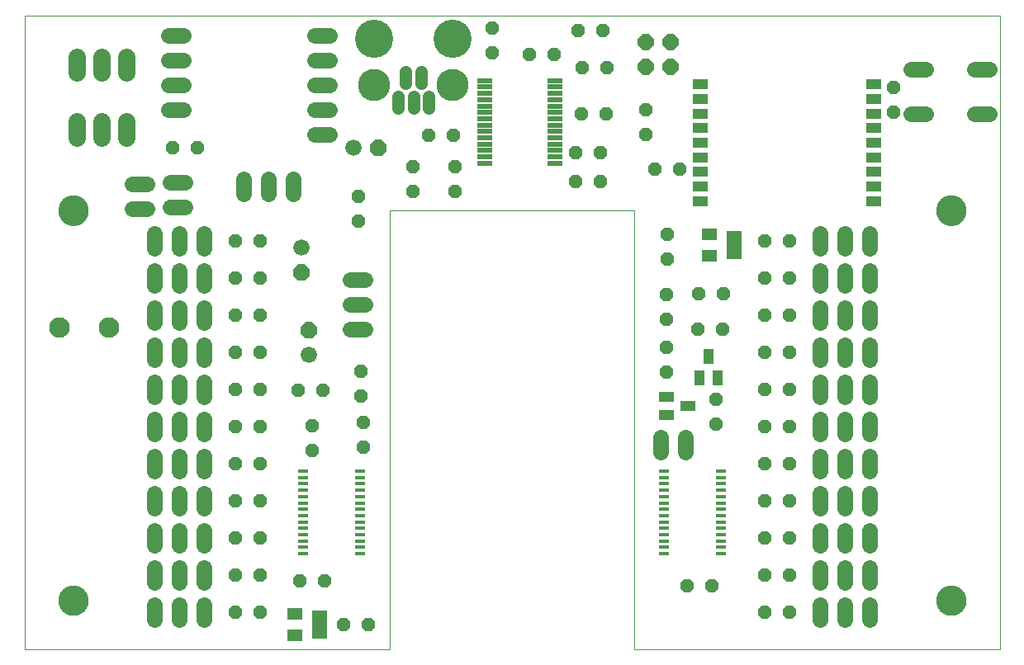
<source format=gts>
G75*
%MOIN*%
%OFA0B0*%
%FSLAX25Y25*%
%IPPOS*%
%LPD*%
%AMOC8*
5,1,8,0,0,1.08239X$1,22.5*
%
%ADD10C,0.00000*%
%ADD11OC8,0.05600*%
%ADD12OC8,0.06600*%
%ADD13C,0.06600*%
%ADD14C,0.15400*%
%ADD15C,0.12998*%
%ADD16C,0.05156*%
%ADD17R,0.06246X0.03943*%
%ADD18R,0.06306X0.01975*%
%ADD19C,0.06400*%
%ADD20C,0.06896*%
%ADD21R,0.05912X0.04337*%
%ADD22R,0.04337X0.05912*%
%ADD23R,0.04300X0.01600*%
%ADD24C,0.08274*%
%ADD25C,0.12211*%
%ADD26R,0.05912X0.11424*%
%ADD27R,0.05912X0.05124*%
%ADD28OC8,0.06400*%
D10*
X0004000Y0002257D02*
X0151638Y0002257D01*
X0151638Y0179423D01*
X0250063Y0179423D01*
X0250063Y0002257D01*
X0397701Y0002257D01*
X0397701Y0258163D01*
X0004000Y0258163D01*
X0004000Y0002257D01*
X0017779Y0021943D02*
X0017781Y0022096D01*
X0017787Y0022250D01*
X0017797Y0022403D01*
X0017811Y0022555D01*
X0017829Y0022708D01*
X0017851Y0022859D01*
X0017876Y0023010D01*
X0017906Y0023161D01*
X0017940Y0023311D01*
X0017977Y0023459D01*
X0018018Y0023607D01*
X0018063Y0023753D01*
X0018112Y0023899D01*
X0018165Y0024043D01*
X0018221Y0024185D01*
X0018281Y0024326D01*
X0018345Y0024466D01*
X0018412Y0024604D01*
X0018483Y0024740D01*
X0018558Y0024874D01*
X0018635Y0025006D01*
X0018717Y0025136D01*
X0018801Y0025264D01*
X0018889Y0025390D01*
X0018980Y0025513D01*
X0019074Y0025634D01*
X0019172Y0025752D01*
X0019272Y0025868D01*
X0019376Y0025981D01*
X0019482Y0026092D01*
X0019591Y0026200D01*
X0019703Y0026305D01*
X0019817Y0026406D01*
X0019935Y0026505D01*
X0020054Y0026601D01*
X0020176Y0026694D01*
X0020301Y0026783D01*
X0020428Y0026870D01*
X0020557Y0026952D01*
X0020688Y0027032D01*
X0020821Y0027108D01*
X0020956Y0027181D01*
X0021093Y0027250D01*
X0021232Y0027315D01*
X0021372Y0027377D01*
X0021514Y0027435D01*
X0021657Y0027490D01*
X0021802Y0027541D01*
X0021948Y0027588D01*
X0022095Y0027631D01*
X0022243Y0027670D01*
X0022392Y0027706D01*
X0022542Y0027737D01*
X0022693Y0027765D01*
X0022844Y0027789D01*
X0022997Y0027809D01*
X0023149Y0027825D01*
X0023302Y0027837D01*
X0023455Y0027845D01*
X0023608Y0027849D01*
X0023762Y0027849D01*
X0023915Y0027845D01*
X0024068Y0027837D01*
X0024221Y0027825D01*
X0024373Y0027809D01*
X0024526Y0027789D01*
X0024677Y0027765D01*
X0024828Y0027737D01*
X0024978Y0027706D01*
X0025127Y0027670D01*
X0025275Y0027631D01*
X0025422Y0027588D01*
X0025568Y0027541D01*
X0025713Y0027490D01*
X0025856Y0027435D01*
X0025998Y0027377D01*
X0026138Y0027315D01*
X0026277Y0027250D01*
X0026414Y0027181D01*
X0026549Y0027108D01*
X0026682Y0027032D01*
X0026813Y0026952D01*
X0026942Y0026870D01*
X0027069Y0026783D01*
X0027194Y0026694D01*
X0027316Y0026601D01*
X0027435Y0026505D01*
X0027553Y0026406D01*
X0027667Y0026305D01*
X0027779Y0026200D01*
X0027888Y0026092D01*
X0027994Y0025981D01*
X0028098Y0025868D01*
X0028198Y0025752D01*
X0028296Y0025634D01*
X0028390Y0025513D01*
X0028481Y0025390D01*
X0028569Y0025264D01*
X0028653Y0025136D01*
X0028735Y0025006D01*
X0028812Y0024874D01*
X0028887Y0024740D01*
X0028958Y0024604D01*
X0029025Y0024466D01*
X0029089Y0024326D01*
X0029149Y0024185D01*
X0029205Y0024043D01*
X0029258Y0023899D01*
X0029307Y0023753D01*
X0029352Y0023607D01*
X0029393Y0023459D01*
X0029430Y0023311D01*
X0029464Y0023161D01*
X0029494Y0023010D01*
X0029519Y0022859D01*
X0029541Y0022708D01*
X0029559Y0022555D01*
X0029573Y0022403D01*
X0029583Y0022250D01*
X0029589Y0022096D01*
X0029591Y0021943D01*
X0029589Y0021790D01*
X0029583Y0021636D01*
X0029573Y0021483D01*
X0029559Y0021331D01*
X0029541Y0021178D01*
X0029519Y0021027D01*
X0029494Y0020876D01*
X0029464Y0020725D01*
X0029430Y0020575D01*
X0029393Y0020427D01*
X0029352Y0020279D01*
X0029307Y0020133D01*
X0029258Y0019987D01*
X0029205Y0019843D01*
X0029149Y0019701D01*
X0029089Y0019560D01*
X0029025Y0019420D01*
X0028958Y0019282D01*
X0028887Y0019146D01*
X0028812Y0019012D01*
X0028735Y0018880D01*
X0028653Y0018750D01*
X0028569Y0018622D01*
X0028481Y0018496D01*
X0028390Y0018373D01*
X0028296Y0018252D01*
X0028198Y0018134D01*
X0028098Y0018018D01*
X0027994Y0017905D01*
X0027888Y0017794D01*
X0027779Y0017686D01*
X0027667Y0017581D01*
X0027553Y0017480D01*
X0027435Y0017381D01*
X0027316Y0017285D01*
X0027194Y0017192D01*
X0027069Y0017103D01*
X0026942Y0017016D01*
X0026813Y0016934D01*
X0026682Y0016854D01*
X0026549Y0016778D01*
X0026414Y0016705D01*
X0026277Y0016636D01*
X0026138Y0016571D01*
X0025998Y0016509D01*
X0025856Y0016451D01*
X0025713Y0016396D01*
X0025568Y0016345D01*
X0025422Y0016298D01*
X0025275Y0016255D01*
X0025127Y0016216D01*
X0024978Y0016180D01*
X0024828Y0016149D01*
X0024677Y0016121D01*
X0024526Y0016097D01*
X0024373Y0016077D01*
X0024221Y0016061D01*
X0024068Y0016049D01*
X0023915Y0016041D01*
X0023762Y0016037D01*
X0023608Y0016037D01*
X0023455Y0016041D01*
X0023302Y0016049D01*
X0023149Y0016061D01*
X0022997Y0016077D01*
X0022844Y0016097D01*
X0022693Y0016121D01*
X0022542Y0016149D01*
X0022392Y0016180D01*
X0022243Y0016216D01*
X0022095Y0016255D01*
X0021948Y0016298D01*
X0021802Y0016345D01*
X0021657Y0016396D01*
X0021514Y0016451D01*
X0021372Y0016509D01*
X0021232Y0016571D01*
X0021093Y0016636D01*
X0020956Y0016705D01*
X0020821Y0016778D01*
X0020688Y0016854D01*
X0020557Y0016934D01*
X0020428Y0017016D01*
X0020301Y0017103D01*
X0020176Y0017192D01*
X0020054Y0017285D01*
X0019935Y0017381D01*
X0019817Y0017480D01*
X0019703Y0017581D01*
X0019591Y0017686D01*
X0019482Y0017794D01*
X0019376Y0017905D01*
X0019272Y0018018D01*
X0019172Y0018134D01*
X0019074Y0018252D01*
X0018980Y0018373D01*
X0018889Y0018496D01*
X0018801Y0018622D01*
X0018717Y0018750D01*
X0018635Y0018880D01*
X0018558Y0019012D01*
X0018483Y0019146D01*
X0018412Y0019282D01*
X0018345Y0019420D01*
X0018281Y0019560D01*
X0018221Y0019701D01*
X0018165Y0019843D01*
X0018112Y0019987D01*
X0018063Y0020133D01*
X0018018Y0020279D01*
X0017977Y0020427D01*
X0017940Y0020575D01*
X0017906Y0020725D01*
X0017876Y0020876D01*
X0017851Y0021027D01*
X0017829Y0021178D01*
X0017811Y0021331D01*
X0017797Y0021483D01*
X0017787Y0021636D01*
X0017781Y0021790D01*
X0017779Y0021943D01*
X0017779Y0179423D02*
X0017781Y0179576D01*
X0017787Y0179730D01*
X0017797Y0179883D01*
X0017811Y0180035D01*
X0017829Y0180188D01*
X0017851Y0180339D01*
X0017876Y0180490D01*
X0017906Y0180641D01*
X0017940Y0180791D01*
X0017977Y0180939D01*
X0018018Y0181087D01*
X0018063Y0181233D01*
X0018112Y0181379D01*
X0018165Y0181523D01*
X0018221Y0181665D01*
X0018281Y0181806D01*
X0018345Y0181946D01*
X0018412Y0182084D01*
X0018483Y0182220D01*
X0018558Y0182354D01*
X0018635Y0182486D01*
X0018717Y0182616D01*
X0018801Y0182744D01*
X0018889Y0182870D01*
X0018980Y0182993D01*
X0019074Y0183114D01*
X0019172Y0183232D01*
X0019272Y0183348D01*
X0019376Y0183461D01*
X0019482Y0183572D01*
X0019591Y0183680D01*
X0019703Y0183785D01*
X0019817Y0183886D01*
X0019935Y0183985D01*
X0020054Y0184081D01*
X0020176Y0184174D01*
X0020301Y0184263D01*
X0020428Y0184350D01*
X0020557Y0184432D01*
X0020688Y0184512D01*
X0020821Y0184588D01*
X0020956Y0184661D01*
X0021093Y0184730D01*
X0021232Y0184795D01*
X0021372Y0184857D01*
X0021514Y0184915D01*
X0021657Y0184970D01*
X0021802Y0185021D01*
X0021948Y0185068D01*
X0022095Y0185111D01*
X0022243Y0185150D01*
X0022392Y0185186D01*
X0022542Y0185217D01*
X0022693Y0185245D01*
X0022844Y0185269D01*
X0022997Y0185289D01*
X0023149Y0185305D01*
X0023302Y0185317D01*
X0023455Y0185325D01*
X0023608Y0185329D01*
X0023762Y0185329D01*
X0023915Y0185325D01*
X0024068Y0185317D01*
X0024221Y0185305D01*
X0024373Y0185289D01*
X0024526Y0185269D01*
X0024677Y0185245D01*
X0024828Y0185217D01*
X0024978Y0185186D01*
X0025127Y0185150D01*
X0025275Y0185111D01*
X0025422Y0185068D01*
X0025568Y0185021D01*
X0025713Y0184970D01*
X0025856Y0184915D01*
X0025998Y0184857D01*
X0026138Y0184795D01*
X0026277Y0184730D01*
X0026414Y0184661D01*
X0026549Y0184588D01*
X0026682Y0184512D01*
X0026813Y0184432D01*
X0026942Y0184350D01*
X0027069Y0184263D01*
X0027194Y0184174D01*
X0027316Y0184081D01*
X0027435Y0183985D01*
X0027553Y0183886D01*
X0027667Y0183785D01*
X0027779Y0183680D01*
X0027888Y0183572D01*
X0027994Y0183461D01*
X0028098Y0183348D01*
X0028198Y0183232D01*
X0028296Y0183114D01*
X0028390Y0182993D01*
X0028481Y0182870D01*
X0028569Y0182744D01*
X0028653Y0182616D01*
X0028735Y0182486D01*
X0028812Y0182354D01*
X0028887Y0182220D01*
X0028958Y0182084D01*
X0029025Y0181946D01*
X0029089Y0181806D01*
X0029149Y0181665D01*
X0029205Y0181523D01*
X0029258Y0181379D01*
X0029307Y0181233D01*
X0029352Y0181087D01*
X0029393Y0180939D01*
X0029430Y0180791D01*
X0029464Y0180641D01*
X0029494Y0180490D01*
X0029519Y0180339D01*
X0029541Y0180188D01*
X0029559Y0180035D01*
X0029573Y0179883D01*
X0029583Y0179730D01*
X0029589Y0179576D01*
X0029591Y0179423D01*
X0029589Y0179270D01*
X0029583Y0179116D01*
X0029573Y0178963D01*
X0029559Y0178811D01*
X0029541Y0178658D01*
X0029519Y0178507D01*
X0029494Y0178356D01*
X0029464Y0178205D01*
X0029430Y0178055D01*
X0029393Y0177907D01*
X0029352Y0177759D01*
X0029307Y0177613D01*
X0029258Y0177467D01*
X0029205Y0177323D01*
X0029149Y0177181D01*
X0029089Y0177040D01*
X0029025Y0176900D01*
X0028958Y0176762D01*
X0028887Y0176626D01*
X0028812Y0176492D01*
X0028735Y0176360D01*
X0028653Y0176230D01*
X0028569Y0176102D01*
X0028481Y0175976D01*
X0028390Y0175853D01*
X0028296Y0175732D01*
X0028198Y0175614D01*
X0028098Y0175498D01*
X0027994Y0175385D01*
X0027888Y0175274D01*
X0027779Y0175166D01*
X0027667Y0175061D01*
X0027553Y0174960D01*
X0027435Y0174861D01*
X0027316Y0174765D01*
X0027194Y0174672D01*
X0027069Y0174583D01*
X0026942Y0174496D01*
X0026813Y0174414D01*
X0026682Y0174334D01*
X0026549Y0174258D01*
X0026414Y0174185D01*
X0026277Y0174116D01*
X0026138Y0174051D01*
X0025998Y0173989D01*
X0025856Y0173931D01*
X0025713Y0173876D01*
X0025568Y0173825D01*
X0025422Y0173778D01*
X0025275Y0173735D01*
X0025127Y0173696D01*
X0024978Y0173660D01*
X0024828Y0173629D01*
X0024677Y0173601D01*
X0024526Y0173577D01*
X0024373Y0173557D01*
X0024221Y0173541D01*
X0024068Y0173529D01*
X0023915Y0173521D01*
X0023762Y0173517D01*
X0023608Y0173517D01*
X0023455Y0173521D01*
X0023302Y0173529D01*
X0023149Y0173541D01*
X0022997Y0173557D01*
X0022844Y0173577D01*
X0022693Y0173601D01*
X0022542Y0173629D01*
X0022392Y0173660D01*
X0022243Y0173696D01*
X0022095Y0173735D01*
X0021948Y0173778D01*
X0021802Y0173825D01*
X0021657Y0173876D01*
X0021514Y0173931D01*
X0021372Y0173989D01*
X0021232Y0174051D01*
X0021093Y0174116D01*
X0020956Y0174185D01*
X0020821Y0174258D01*
X0020688Y0174334D01*
X0020557Y0174414D01*
X0020428Y0174496D01*
X0020301Y0174583D01*
X0020176Y0174672D01*
X0020054Y0174765D01*
X0019935Y0174861D01*
X0019817Y0174960D01*
X0019703Y0175061D01*
X0019591Y0175166D01*
X0019482Y0175274D01*
X0019376Y0175385D01*
X0019272Y0175498D01*
X0019172Y0175614D01*
X0019074Y0175732D01*
X0018980Y0175853D01*
X0018889Y0175976D01*
X0018801Y0176102D01*
X0018717Y0176230D01*
X0018635Y0176360D01*
X0018558Y0176492D01*
X0018483Y0176626D01*
X0018412Y0176762D01*
X0018345Y0176900D01*
X0018281Y0177040D01*
X0018221Y0177181D01*
X0018165Y0177323D01*
X0018112Y0177467D01*
X0018063Y0177613D01*
X0018018Y0177759D01*
X0017977Y0177907D01*
X0017940Y0178055D01*
X0017906Y0178205D01*
X0017876Y0178356D01*
X0017851Y0178507D01*
X0017829Y0178658D01*
X0017811Y0178811D01*
X0017797Y0178963D01*
X0017787Y0179116D01*
X0017781Y0179270D01*
X0017779Y0179423D01*
X0372110Y0179423D02*
X0372112Y0179576D01*
X0372118Y0179730D01*
X0372128Y0179883D01*
X0372142Y0180035D01*
X0372160Y0180188D01*
X0372182Y0180339D01*
X0372207Y0180490D01*
X0372237Y0180641D01*
X0372271Y0180791D01*
X0372308Y0180939D01*
X0372349Y0181087D01*
X0372394Y0181233D01*
X0372443Y0181379D01*
X0372496Y0181523D01*
X0372552Y0181665D01*
X0372612Y0181806D01*
X0372676Y0181946D01*
X0372743Y0182084D01*
X0372814Y0182220D01*
X0372889Y0182354D01*
X0372966Y0182486D01*
X0373048Y0182616D01*
X0373132Y0182744D01*
X0373220Y0182870D01*
X0373311Y0182993D01*
X0373405Y0183114D01*
X0373503Y0183232D01*
X0373603Y0183348D01*
X0373707Y0183461D01*
X0373813Y0183572D01*
X0373922Y0183680D01*
X0374034Y0183785D01*
X0374148Y0183886D01*
X0374266Y0183985D01*
X0374385Y0184081D01*
X0374507Y0184174D01*
X0374632Y0184263D01*
X0374759Y0184350D01*
X0374888Y0184432D01*
X0375019Y0184512D01*
X0375152Y0184588D01*
X0375287Y0184661D01*
X0375424Y0184730D01*
X0375563Y0184795D01*
X0375703Y0184857D01*
X0375845Y0184915D01*
X0375988Y0184970D01*
X0376133Y0185021D01*
X0376279Y0185068D01*
X0376426Y0185111D01*
X0376574Y0185150D01*
X0376723Y0185186D01*
X0376873Y0185217D01*
X0377024Y0185245D01*
X0377175Y0185269D01*
X0377328Y0185289D01*
X0377480Y0185305D01*
X0377633Y0185317D01*
X0377786Y0185325D01*
X0377939Y0185329D01*
X0378093Y0185329D01*
X0378246Y0185325D01*
X0378399Y0185317D01*
X0378552Y0185305D01*
X0378704Y0185289D01*
X0378857Y0185269D01*
X0379008Y0185245D01*
X0379159Y0185217D01*
X0379309Y0185186D01*
X0379458Y0185150D01*
X0379606Y0185111D01*
X0379753Y0185068D01*
X0379899Y0185021D01*
X0380044Y0184970D01*
X0380187Y0184915D01*
X0380329Y0184857D01*
X0380469Y0184795D01*
X0380608Y0184730D01*
X0380745Y0184661D01*
X0380880Y0184588D01*
X0381013Y0184512D01*
X0381144Y0184432D01*
X0381273Y0184350D01*
X0381400Y0184263D01*
X0381525Y0184174D01*
X0381647Y0184081D01*
X0381766Y0183985D01*
X0381884Y0183886D01*
X0381998Y0183785D01*
X0382110Y0183680D01*
X0382219Y0183572D01*
X0382325Y0183461D01*
X0382429Y0183348D01*
X0382529Y0183232D01*
X0382627Y0183114D01*
X0382721Y0182993D01*
X0382812Y0182870D01*
X0382900Y0182744D01*
X0382984Y0182616D01*
X0383066Y0182486D01*
X0383143Y0182354D01*
X0383218Y0182220D01*
X0383289Y0182084D01*
X0383356Y0181946D01*
X0383420Y0181806D01*
X0383480Y0181665D01*
X0383536Y0181523D01*
X0383589Y0181379D01*
X0383638Y0181233D01*
X0383683Y0181087D01*
X0383724Y0180939D01*
X0383761Y0180791D01*
X0383795Y0180641D01*
X0383825Y0180490D01*
X0383850Y0180339D01*
X0383872Y0180188D01*
X0383890Y0180035D01*
X0383904Y0179883D01*
X0383914Y0179730D01*
X0383920Y0179576D01*
X0383922Y0179423D01*
X0383920Y0179270D01*
X0383914Y0179116D01*
X0383904Y0178963D01*
X0383890Y0178811D01*
X0383872Y0178658D01*
X0383850Y0178507D01*
X0383825Y0178356D01*
X0383795Y0178205D01*
X0383761Y0178055D01*
X0383724Y0177907D01*
X0383683Y0177759D01*
X0383638Y0177613D01*
X0383589Y0177467D01*
X0383536Y0177323D01*
X0383480Y0177181D01*
X0383420Y0177040D01*
X0383356Y0176900D01*
X0383289Y0176762D01*
X0383218Y0176626D01*
X0383143Y0176492D01*
X0383066Y0176360D01*
X0382984Y0176230D01*
X0382900Y0176102D01*
X0382812Y0175976D01*
X0382721Y0175853D01*
X0382627Y0175732D01*
X0382529Y0175614D01*
X0382429Y0175498D01*
X0382325Y0175385D01*
X0382219Y0175274D01*
X0382110Y0175166D01*
X0381998Y0175061D01*
X0381884Y0174960D01*
X0381766Y0174861D01*
X0381647Y0174765D01*
X0381525Y0174672D01*
X0381400Y0174583D01*
X0381273Y0174496D01*
X0381144Y0174414D01*
X0381013Y0174334D01*
X0380880Y0174258D01*
X0380745Y0174185D01*
X0380608Y0174116D01*
X0380469Y0174051D01*
X0380329Y0173989D01*
X0380187Y0173931D01*
X0380044Y0173876D01*
X0379899Y0173825D01*
X0379753Y0173778D01*
X0379606Y0173735D01*
X0379458Y0173696D01*
X0379309Y0173660D01*
X0379159Y0173629D01*
X0379008Y0173601D01*
X0378857Y0173577D01*
X0378704Y0173557D01*
X0378552Y0173541D01*
X0378399Y0173529D01*
X0378246Y0173521D01*
X0378093Y0173517D01*
X0377939Y0173517D01*
X0377786Y0173521D01*
X0377633Y0173529D01*
X0377480Y0173541D01*
X0377328Y0173557D01*
X0377175Y0173577D01*
X0377024Y0173601D01*
X0376873Y0173629D01*
X0376723Y0173660D01*
X0376574Y0173696D01*
X0376426Y0173735D01*
X0376279Y0173778D01*
X0376133Y0173825D01*
X0375988Y0173876D01*
X0375845Y0173931D01*
X0375703Y0173989D01*
X0375563Y0174051D01*
X0375424Y0174116D01*
X0375287Y0174185D01*
X0375152Y0174258D01*
X0375019Y0174334D01*
X0374888Y0174414D01*
X0374759Y0174496D01*
X0374632Y0174583D01*
X0374507Y0174672D01*
X0374385Y0174765D01*
X0374266Y0174861D01*
X0374148Y0174960D01*
X0374034Y0175061D01*
X0373922Y0175166D01*
X0373813Y0175274D01*
X0373707Y0175385D01*
X0373603Y0175498D01*
X0373503Y0175614D01*
X0373405Y0175732D01*
X0373311Y0175853D01*
X0373220Y0175976D01*
X0373132Y0176102D01*
X0373048Y0176230D01*
X0372966Y0176360D01*
X0372889Y0176492D01*
X0372814Y0176626D01*
X0372743Y0176762D01*
X0372676Y0176900D01*
X0372612Y0177040D01*
X0372552Y0177181D01*
X0372496Y0177323D01*
X0372443Y0177467D01*
X0372394Y0177613D01*
X0372349Y0177759D01*
X0372308Y0177907D01*
X0372271Y0178055D01*
X0372237Y0178205D01*
X0372207Y0178356D01*
X0372182Y0178507D01*
X0372160Y0178658D01*
X0372142Y0178811D01*
X0372128Y0178963D01*
X0372118Y0179116D01*
X0372112Y0179270D01*
X0372110Y0179423D01*
X0372110Y0021943D02*
X0372112Y0022096D01*
X0372118Y0022250D01*
X0372128Y0022403D01*
X0372142Y0022555D01*
X0372160Y0022708D01*
X0372182Y0022859D01*
X0372207Y0023010D01*
X0372237Y0023161D01*
X0372271Y0023311D01*
X0372308Y0023459D01*
X0372349Y0023607D01*
X0372394Y0023753D01*
X0372443Y0023899D01*
X0372496Y0024043D01*
X0372552Y0024185D01*
X0372612Y0024326D01*
X0372676Y0024466D01*
X0372743Y0024604D01*
X0372814Y0024740D01*
X0372889Y0024874D01*
X0372966Y0025006D01*
X0373048Y0025136D01*
X0373132Y0025264D01*
X0373220Y0025390D01*
X0373311Y0025513D01*
X0373405Y0025634D01*
X0373503Y0025752D01*
X0373603Y0025868D01*
X0373707Y0025981D01*
X0373813Y0026092D01*
X0373922Y0026200D01*
X0374034Y0026305D01*
X0374148Y0026406D01*
X0374266Y0026505D01*
X0374385Y0026601D01*
X0374507Y0026694D01*
X0374632Y0026783D01*
X0374759Y0026870D01*
X0374888Y0026952D01*
X0375019Y0027032D01*
X0375152Y0027108D01*
X0375287Y0027181D01*
X0375424Y0027250D01*
X0375563Y0027315D01*
X0375703Y0027377D01*
X0375845Y0027435D01*
X0375988Y0027490D01*
X0376133Y0027541D01*
X0376279Y0027588D01*
X0376426Y0027631D01*
X0376574Y0027670D01*
X0376723Y0027706D01*
X0376873Y0027737D01*
X0377024Y0027765D01*
X0377175Y0027789D01*
X0377328Y0027809D01*
X0377480Y0027825D01*
X0377633Y0027837D01*
X0377786Y0027845D01*
X0377939Y0027849D01*
X0378093Y0027849D01*
X0378246Y0027845D01*
X0378399Y0027837D01*
X0378552Y0027825D01*
X0378704Y0027809D01*
X0378857Y0027789D01*
X0379008Y0027765D01*
X0379159Y0027737D01*
X0379309Y0027706D01*
X0379458Y0027670D01*
X0379606Y0027631D01*
X0379753Y0027588D01*
X0379899Y0027541D01*
X0380044Y0027490D01*
X0380187Y0027435D01*
X0380329Y0027377D01*
X0380469Y0027315D01*
X0380608Y0027250D01*
X0380745Y0027181D01*
X0380880Y0027108D01*
X0381013Y0027032D01*
X0381144Y0026952D01*
X0381273Y0026870D01*
X0381400Y0026783D01*
X0381525Y0026694D01*
X0381647Y0026601D01*
X0381766Y0026505D01*
X0381884Y0026406D01*
X0381998Y0026305D01*
X0382110Y0026200D01*
X0382219Y0026092D01*
X0382325Y0025981D01*
X0382429Y0025868D01*
X0382529Y0025752D01*
X0382627Y0025634D01*
X0382721Y0025513D01*
X0382812Y0025390D01*
X0382900Y0025264D01*
X0382984Y0025136D01*
X0383066Y0025006D01*
X0383143Y0024874D01*
X0383218Y0024740D01*
X0383289Y0024604D01*
X0383356Y0024466D01*
X0383420Y0024326D01*
X0383480Y0024185D01*
X0383536Y0024043D01*
X0383589Y0023899D01*
X0383638Y0023753D01*
X0383683Y0023607D01*
X0383724Y0023459D01*
X0383761Y0023311D01*
X0383795Y0023161D01*
X0383825Y0023010D01*
X0383850Y0022859D01*
X0383872Y0022708D01*
X0383890Y0022555D01*
X0383904Y0022403D01*
X0383914Y0022250D01*
X0383920Y0022096D01*
X0383922Y0021943D01*
X0383920Y0021790D01*
X0383914Y0021636D01*
X0383904Y0021483D01*
X0383890Y0021331D01*
X0383872Y0021178D01*
X0383850Y0021027D01*
X0383825Y0020876D01*
X0383795Y0020725D01*
X0383761Y0020575D01*
X0383724Y0020427D01*
X0383683Y0020279D01*
X0383638Y0020133D01*
X0383589Y0019987D01*
X0383536Y0019843D01*
X0383480Y0019701D01*
X0383420Y0019560D01*
X0383356Y0019420D01*
X0383289Y0019282D01*
X0383218Y0019146D01*
X0383143Y0019012D01*
X0383066Y0018880D01*
X0382984Y0018750D01*
X0382900Y0018622D01*
X0382812Y0018496D01*
X0382721Y0018373D01*
X0382627Y0018252D01*
X0382529Y0018134D01*
X0382429Y0018018D01*
X0382325Y0017905D01*
X0382219Y0017794D01*
X0382110Y0017686D01*
X0381998Y0017581D01*
X0381884Y0017480D01*
X0381766Y0017381D01*
X0381647Y0017285D01*
X0381525Y0017192D01*
X0381400Y0017103D01*
X0381273Y0017016D01*
X0381144Y0016934D01*
X0381013Y0016854D01*
X0380880Y0016778D01*
X0380745Y0016705D01*
X0380608Y0016636D01*
X0380469Y0016571D01*
X0380329Y0016509D01*
X0380187Y0016451D01*
X0380044Y0016396D01*
X0379899Y0016345D01*
X0379753Y0016298D01*
X0379606Y0016255D01*
X0379458Y0016216D01*
X0379309Y0016180D01*
X0379159Y0016149D01*
X0379008Y0016121D01*
X0378857Y0016097D01*
X0378704Y0016077D01*
X0378552Y0016061D01*
X0378399Y0016049D01*
X0378246Y0016041D01*
X0378093Y0016037D01*
X0377939Y0016037D01*
X0377786Y0016041D01*
X0377633Y0016049D01*
X0377480Y0016061D01*
X0377328Y0016077D01*
X0377175Y0016097D01*
X0377024Y0016121D01*
X0376873Y0016149D01*
X0376723Y0016180D01*
X0376574Y0016216D01*
X0376426Y0016255D01*
X0376279Y0016298D01*
X0376133Y0016345D01*
X0375988Y0016396D01*
X0375845Y0016451D01*
X0375703Y0016509D01*
X0375563Y0016571D01*
X0375424Y0016636D01*
X0375287Y0016705D01*
X0375152Y0016778D01*
X0375019Y0016854D01*
X0374888Y0016934D01*
X0374759Y0017016D01*
X0374632Y0017103D01*
X0374507Y0017192D01*
X0374385Y0017285D01*
X0374266Y0017381D01*
X0374148Y0017480D01*
X0374034Y0017581D01*
X0373922Y0017686D01*
X0373813Y0017794D01*
X0373707Y0017905D01*
X0373603Y0018018D01*
X0373503Y0018134D01*
X0373405Y0018252D01*
X0373311Y0018373D01*
X0373220Y0018496D01*
X0373132Y0018622D01*
X0373048Y0018750D01*
X0372966Y0018880D01*
X0372889Y0019012D01*
X0372814Y0019146D01*
X0372743Y0019282D01*
X0372676Y0019420D01*
X0372612Y0019560D01*
X0372552Y0019701D01*
X0372496Y0019843D01*
X0372443Y0019987D01*
X0372394Y0020133D01*
X0372349Y0020279D01*
X0372308Y0020427D01*
X0372271Y0020575D01*
X0372237Y0020725D01*
X0372207Y0020876D01*
X0372182Y0021027D01*
X0372160Y0021178D01*
X0372142Y0021331D01*
X0372128Y0021483D01*
X0372118Y0021636D01*
X0372112Y0021790D01*
X0372110Y0021943D01*
D11*
X0312701Y0017257D03*
X0302701Y0017257D03*
X0302701Y0032257D03*
X0312701Y0032257D03*
X0312701Y0047257D03*
X0302701Y0047257D03*
X0302701Y0062257D03*
X0312701Y0062257D03*
X0312701Y0077257D03*
X0302701Y0077257D03*
X0302701Y0092257D03*
X0312701Y0092257D03*
X0312701Y0107257D03*
X0302701Y0107257D03*
X0283000Y0103320D03*
X0283000Y0093320D03*
X0263031Y0114352D03*
X0263031Y0124352D03*
X0263110Y0135580D03*
X0263110Y0145580D03*
X0276181Y0145998D03*
X0286181Y0145998D03*
X0302701Y0152257D03*
X0312701Y0152257D03*
X0312701Y0137257D03*
X0302701Y0137257D03*
X0285732Y0131446D03*
X0275732Y0131446D03*
X0302701Y0122257D03*
X0312701Y0122257D03*
X0263331Y0159832D03*
X0263331Y0169832D03*
X0236535Y0191273D03*
X0226535Y0191273D03*
X0226535Y0202927D03*
X0236535Y0202927D03*
X0254969Y0210289D03*
X0254969Y0220289D03*
X0238882Y0218478D03*
X0228882Y0218478D03*
X0229000Y0237257D03*
X0239000Y0237257D03*
X0237346Y0252257D03*
X0227346Y0252257D03*
X0217661Y0242415D03*
X0207661Y0242415D03*
X0192976Y0243320D03*
X0192976Y0253320D03*
X0177205Y0209691D03*
X0167205Y0209691D03*
X0160961Y0197116D03*
X0160961Y0187116D03*
X0177898Y0187116D03*
X0177898Y0197116D03*
X0138961Y0185313D03*
X0138961Y0175313D03*
X0099000Y0167257D03*
X0089000Y0167257D03*
X0089000Y0152257D03*
X0099000Y0152257D03*
X0099000Y0137257D03*
X0089000Y0137257D03*
X0089000Y0122257D03*
X0099000Y0122257D03*
X0099000Y0107257D03*
X0089000Y0107257D03*
X0089000Y0092257D03*
X0099000Y0092257D03*
X0114551Y0106761D03*
X0124551Y0106761D03*
X0139685Y0104604D03*
X0139685Y0114604D03*
X0140811Y0093872D03*
X0140811Y0083872D03*
X0120094Y0082478D03*
X0120094Y0092478D03*
X0099000Y0077257D03*
X0089000Y0077257D03*
X0089000Y0062257D03*
X0099000Y0062257D03*
X0099000Y0047257D03*
X0089000Y0047257D03*
X0089000Y0032257D03*
X0099000Y0032257D03*
X0115142Y0029817D03*
X0125142Y0029817D03*
X0132858Y0012100D03*
X0142858Y0012100D03*
X0099000Y0017257D03*
X0089000Y0017257D03*
X0271638Y0027848D03*
X0281638Y0027848D03*
X0302701Y0167257D03*
X0312701Y0167257D03*
X0268425Y0196061D03*
X0258425Y0196061D03*
X0354906Y0219163D03*
X0354906Y0229163D03*
X0073961Y0205013D03*
X0063961Y0205013D03*
D12*
X0115850Y0154502D03*
X0118803Y0131234D03*
X0146795Y0205013D03*
D13*
X0136795Y0205013D03*
X0115850Y0164502D03*
X0118803Y0121234D03*
D14*
X0145252Y0248809D03*
X0176748Y0248809D03*
D15*
X0176748Y0230305D03*
X0145252Y0230305D03*
D16*
X0154701Y0225580D02*
X0154701Y0220824D01*
X0161000Y0220824D02*
X0161000Y0225580D01*
X0167299Y0225580D02*
X0167299Y0220824D01*
X0164150Y0230698D02*
X0164150Y0235454D01*
X0157850Y0235454D02*
X0157850Y0230698D01*
D17*
X0276864Y0230486D03*
X0276864Y0224580D03*
X0276864Y0218675D03*
X0276864Y0212769D03*
X0276864Y0206864D03*
X0276864Y0200958D03*
X0276864Y0195053D03*
X0276864Y0189147D03*
X0276864Y0183242D03*
X0346884Y0183242D03*
X0346884Y0189147D03*
X0346884Y0195053D03*
X0346884Y0200958D03*
X0346884Y0206864D03*
X0346884Y0212769D03*
X0346884Y0218675D03*
X0346884Y0224580D03*
X0346884Y0230486D03*
D18*
X0218272Y0229364D03*
X0218272Y0231923D03*
X0218272Y0226805D03*
X0218272Y0224246D03*
X0218272Y0221687D03*
X0218272Y0219128D03*
X0218272Y0216569D03*
X0218272Y0214009D03*
X0218272Y0211450D03*
X0218272Y0208891D03*
X0218272Y0206332D03*
X0218272Y0203773D03*
X0218272Y0201214D03*
X0218272Y0198655D03*
X0189728Y0198655D03*
X0189728Y0201214D03*
X0189728Y0203773D03*
X0189728Y0206332D03*
X0189728Y0208891D03*
X0189728Y0211450D03*
X0189728Y0214009D03*
X0189728Y0216569D03*
X0189728Y0219128D03*
X0189728Y0221687D03*
X0189728Y0224246D03*
X0189728Y0226805D03*
X0189728Y0229364D03*
X0189728Y0231923D03*
D19*
X0127063Y0230163D02*
X0121063Y0230163D01*
X0121063Y0240163D02*
X0127063Y0240163D01*
X0127063Y0250163D02*
X0121063Y0250163D01*
X0121063Y0220163D02*
X0127063Y0220163D01*
X0127063Y0210163D02*
X0121063Y0210163D01*
X0112425Y0192108D02*
X0112425Y0186108D01*
X0102425Y0186108D02*
X0102425Y0192108D01*
X0092425Y0192108D02*
X0092425Y0186108D01*
X0076500Y0170257D02*
X0076500Y0164257D01*
X0066500Y0164257D02*
X0066500Y0170257D01*
X0056500Y0170257D02*
X0056500Y0164257D01*
X0056500Y0155257D02*
X0056500Y0149257D01*
X0066500Y0149257D02*
X0066500Y0155257D01*
X0076500Y0155257D02*
X0076500Y0149257D01*
X0076500Y0140257D02*
X0076500Y0134257D01*
X0076500Y0125257D02*
X0076500Y0119257D01*
X0066500Y0119257D02*
X0066500Y0125257D01*
X0056500Y0125257D02*
X0056500Y0119257D01*
X0056500Y0110257D02*
X0056500Y0104257D01*
X0066500Y0104257D02*
X0066500Y0110257D01*
X0076500Y0110257D02*
X0076500Y0104257D01*
X0076500Y0095257D02*
X0076500Y0089257D01*
X0066500Y0089257D02*
X0066500Y0095257D01*
X0056500Y0095257D02*
X0056500Y0089257D01*
X0056500Y0080257D02*
X0056500Y0074257D01*
X0066500Y0074257D02*
X0066500Y0080257D01*
X0076500Y0080257D02*
X0076500Y0074257D01*
X0076500Y0065257D02*
X0076500Y0059257D01*
X0066500Y0059257D02*
X0066500Y0065257D01*
X0056500Y0065257D02*
X0056500Y0059257D01*
X0056500Y0050257D02*
X0056500Y0044257D01*
X0066500Y0044257D02*
X0066500Y0050257D01*
X0076500Y0050257D02*
X0076500Y0044257D01*
X0076500Y0035257D02*
X0076500Y0029257D01*
X0076500Y0020257D02*
X0076500Y0014257D01*
X0066500Y0014257D02*
X0066500Y0020257D01*
X0056500Y0020257D02*
X0056500Y0014257D01*
X0056500Y0029257D02*
X0056500Y0035257D01*
X0066500Y0035257D02*
X0066500Y0029257D01*
X0135654Y0131659D02*
X0141654Y0131659D01*
X0141654Y0141659D02*
X0135654Y0141659D01*
X0135654Y0151659D02*
X0141654Y0151659D01*
X0068929Y0180722D02*
X0062929Y0180722D01*
X0053346Y0180131D02*
X0047346Y0180131D01*
X0047346Y0190131D02*
X0053346Y0190131D01*
X0062929Y0190722D02*
X0068929Y0190722D01*
X0068063Y0220163D02*
X0062063Y0220163D01*
X0062063Y0230163D02*
X0068063Y0230163D01*
X0068063Y0240163D02*
X0062063Y0240163D01*
X0062063Y0250163D02*
X0068063Y0250163D01*
X0066500Y0140257D02*
X0066500Y0134257D01*
X0056500Y0134257D02*
X0056500Y0140257D01*
X0260811Y0087935D02*
X0260811Y0081935D01*
X0270811Y0081935D02*
X0270811Y0087935D01*
X0325201Y0089257D02*
X0325201Y0095257D01*
X0335201Y0095257D02*
X0335201Y0089257D01*
X0345201Y0089257D02*
X0345201Y0095257D01*
X0345201Y0104257D02*
X0345201Y0110257D01*
X0335201Y0110257D02*
X0335201Y0104257D01*
X0325201Y0104257D02*
X0325201Y0110257D01*
X0325201Y0119257D02*
X0325201Y0125257D01*
X0335201Y0125257D02*
X0335201Y0119257D01*
X0345201Y0119257D02*
X0345201Y0125257D01*
X0345201Y0134257D02*
X0345201Y0140257D01*
X0345201Y0149257D02*
X0345201Y0155257D01*
X0335201Y0155257D02*
X0335201Y0149257D01*
X0325201Y0149257D02*
X0325201Y0155257D01*
X0325201Y0164257D02*
X0325201Y0170257D01*
X0335201Y0170257D02*
X0335201Y0164257D01*
X0345201Y0164257D02*
X0345201Y0170257D01*
X0335201Y0140257D02*
X0335201Y0134257D01*
X0325201Y0134257D02*
X0325201Y0140257D01*
X0325201Y0080257D02*
X0325201Y0074257D01*
X0335201Y0074257D02*
X0335201Y0080257D01*
X0345201Y0080257D02*
X0345201Y0074257D01*
X0345201Y0065257D02*
X0345201Y0059257D01*
X0335201Y0059257D02*
X0335201Y0065257D01*
X0325201Y0065257D02*
X0325201Y0059257D01*
X0325201Y0050257D02*
X0325201Y0044257D01*
X0335201Y0044257D02*
X0335201Y0050257D01*
X0345201Y0050257D02*
X0345201Y0044257D01*
X0345201Y0035257D02*
X0345201Y0029257D01*
X0345201Y0020257D02*
X0345201Y0014257D01*
X0335201Y0014257D02*
X0335201Y0020257D01*
X0325201Y0020257D02*
X0325201Y0014257D01*
X0325201Y0029257D02*
X0325201Y0035257D01*
X0335201Y0035257D02*
X0335201Y0029257D01*
X0361822Y0218578D02*
X0367822Y0218578D01*
X0387422Y0218578D02*
X0393422Y0218578D01*
X0393422Y0236378D02*
X0387422Y0236378D01*
X0367822Y0236378D02*
X0361822Y0236378D01*
D20*
X0045063Y0235072D02*
X0045063Y0241569D01*
X0035063Y0241569D02*
X0035063Y0235072D01*
X0025063Y0235072D02*
X0025063Y0241569D01*
X0025063Y0215506D02*
X0025063Y0209009D01*
X0035063Y0209009D02*
X0035063Y0215506D01*
X0045063Y0215506D02*
X0045063Y0209009D01*
D21*
X0263087Y0104265D03*
X0263087Y0096785D03*
X0271748Y0100525D03*
D22*
X0276323Y0112021D03*
X0283803Y0112021D03*
X0280063Y0120683D03*
D23*
X0285188Y0074143D03*
X0285188Y0071584D03*
X0285188Y0069025D03*
X0285188Y0066466D03*
X0285188Y0063907D03*
X0285188Y0061348D03*
X0285188Y0058789D03*
X0285188Y0056230D03*
X0285188Y0053671D03*
X0285188Y0051112D03*
X0285188Y0048553D03*
X0285188Y0045994D03*
X0285188Y0043435D03*
X0285188Y0040876D03*
X0262213Y0040876D03*
X0262213Y0043435D03*
X0262213Y0045994D03*
X0262213Y0048553D03*
X0262213Y0051112D03*
X0262213Y0053671D03*
X0262213Y0056230D03*
X0262213Y0058789D03*
X0262213Y0061348D03*
X0262213Y0063907D03*
X0262213Y0066466D03*
X0262213Y0069025D03*
X0262213Y0071584D03*
X0262213Y0074143D03*
X0139487Y0074143D03*
X0139487Y0071584D03*
X0139487Y0069025D03*
X0139487Y0066466D03*
X0139487Y0063907D03*
X0139487Y0061348D03*
X0139487Y0058789D03*
X0139487Y0056230D03*
X0139487Y0053671D03*
X0139487Y0051112D03*
X0139487Y0048553D03*
X0139487Y0045994D03*
X0139487Y0043435D03*
X0139487Y0040876D03*
X0116513Y0040876D03*
X0116513Y0043435D03*
X0116513Y0045994D03*
X0116513Y0048553D03*
X0116513Y0051112D03*
X0116513Y0053671D03*
X0116513Y0056230D03*
X0116513Y0058789D03*
X0116513Y0061348D03*
X0116513Y0063907D03*
X0116513Y0066466D03*
X0116513Y0069025D03*
X0116513Y0071584D03*
X0116513Y0074143D03*
D24*
X0038052Y0132222D03*
X0018052Y0132222D03*
D25*
X0023685Y0179423D03*
X0023685Y0021943D03*
X0378016Y0021943D03*
X0378016Y0179423D03*
D26*
X0290614Y0165643D03*
X0123291Y0012100D03*
D27*
X0113055Y0007769D03*
X0113055Y0016431D03*
X0280378Y0161313D03*
X0280378Y0169974D03*
D28*
X0264906Y0237415D03*
X0264906Y0247415D03*
X0254906Y0247415D03*
X0254906Y0237415D03*
M02*

</source>
